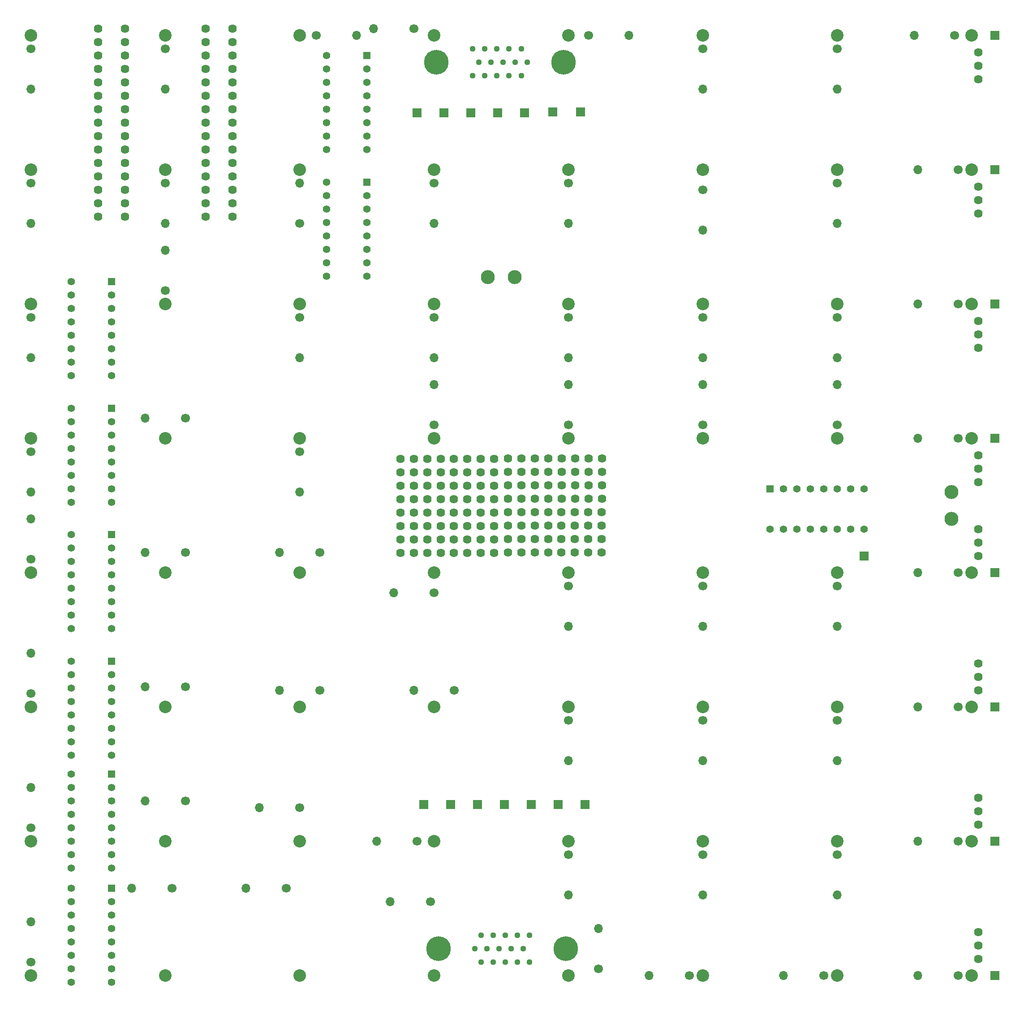
<source format=gbr>
%TF.GenerationSoftware,KiCad,Pcbnew,(5.1.6)-1*%
%TF.CreationDate,2020-12-07T00:16:01-06:00*%
%TF.ProjectId,led_cube,6c65645f-6375-4626-952e-6b696361645f,rev?*%
%TF.SameCoordinates,Original*%
%TF.FileFunction,Soldermask,Top*%
%TF.FilePolarity,Negative*%
%FSLAX46Y46*%
G04 Gerber Fmt 4.6, Leading zero omitted, Abs format (unit mm)*
G04 Created by KiCad (PCBNEW (5.1.6)-1) date 2020-12-07 00:16:01*
%MOMM*%
%LPD*%
G01*
G04 APERTURE LIST*
%ADD10C,1.624000*%
%ADD11C,2.386000*%
%ADD12O,1.700000X1.700000*%
%ADD13C,1.700000*%
%ADD14R,1.800000X1.800000*%
%ADD15C,2.640000*%
%ADD16C,4.672000*%
%ADD17C,1.116000*%
%ADD18R,1.395400X1.395400*%
%ADD19C,1.395400*%
G04 APERTURE END LIST*
D10*
%TO.C,fet1*%
X240030000Y-187325000D03*
X240030000Y-189865000D03*
X240030000Y-192405000D03*
%TD*%
D11*
%TO.C,U1*%
X60960000Y-17780000D03*
X86360000Y-17780000D03*
X111760000Y-17780000D03*
X137160000Y-17780000D03*
X162560000Y-17780000D03*
X187960000Y-17780000D03*
X213360000Y-17780000D03*
X238760000Y-17780000D03*
X60960000Y-43180000D03*
X86360000Y-43180000D03*
X111760000Y-43180000D03*
X137160000Y-43180000D03*
X162560000Y-43180000D03*
X187960000Y-43180000D03*
X213360000Y-43180000D03*
X238760000Y-43180000D03*
X60960000Y-68580000D03*
X86360000Y-68580000D03*
X111760000Y-68580000D03*
X137160000Y-68580000D03*
X162560000Y-68580000D03*
X187960000Y-68580000D03*
X213360000Y-68580000D03*
X238760000Y-68580000D03*
X60960000Y-93980000D03*
X86360000Y-93980000D03*
X111760000Y-93980000D03*
X137160000Y-93980000D03*
X162560000Y-93980000D03*
X187960000Y-93980000D03*
X213360000Y-93980000D03*
X238760000Y-93980000D03*
X60960000Y-119380000D03*
X86360000Y-119380000D03*
X111760000Y-119380000D03*
X137160000Y-119380000D03*
X162560000Y-119380000D03*
X187960000Y-119380000D03*
X213360000Y-119380000D03*
X238760000Y-119380000D03*
X60960000Y-144780000D03*
X86360000Y-144780000D03*
X111760000Y-144780000D03*
X137160000Y-144780000D03*
X162560000Y-144780000D03*
X187960000Y-144780000D03*
X213360000Y-144780000D03*
X238760000Y-144780000D03*
X60960000Y-170180000D03*
X86360000Y-170180000D03*
X111760000Y-170180000D03*
X137160000Y-170180000D03*
X162560000Y-170180000D03*
X187960000Y-170180000D03*
X213360000Y-170180000D03*
X238760000Y-170180000D03*
X60960000Y-195580000D03*
X86360000Y-195580000D03*
X111760000Y-195580000D03*
X137160000Y-195580000D03*
X162560000Y-195580000D03*
X187960000Y-195580000D03*
X213360000Y-195580000D03*
X238760000Y-195580000D03*
%TD*%
D10*
%TO.C,_8*%
X148570000Y-97850000D03*
X148570000Y-100390000D03*
X148570000Y-102930000D03*
X148570000Y-105470000D03*
X146030000Y-97850000D03*
X146030000Y-100390000D03*
X146030000Y-102930000D03*
X146030000Y-105470000D03*
X143490000Y-97850000D03*
X140950000Y-97850000D03*
X143490000Y-100390000D03*
X143490000Y-102930000D03*
X143490000Y-105470000D03*
X140950000Y-100390000D03*
X140950000Y-102930000D03*
X140950000Y-105470000D03*
%TD*%
%TO.C,_7*%
X138430000Y-97850000D03*
X138430000Y-100390000D03*
X138430000Y-102930000D03*
X138430000Y-105470000D03*
X135890000Y-97850000D03*
X135890000Y-100390000D03*
X135890000Y-102930000D03*
X135890000Y-105470000D03*
X133350000Y-97850000D03*
X130810000Y-97850000D03*
X133350000Y-100390000D03*
X133350000Y-102930000D03*
X133350000Y-105470000D03*
X130810000Y-100390000D03*
X130810000Y-102930000D03*
X130810000Y-105470000D03*
%TD*%
%TO.C,_6*%
X148570000Y-107990000D03*
X148570000Y-110530000D03*
X148570000Y-113070000D03*
X148570000Y-115610000D03*
X146030000Y-107990000D03*
X146030000Y-110530000D03*
X146030000Y-113070000D03*
X146030000Y-115610000D03*
X143490000Y-107990000D03*
X140950000Y-107990000D03*
X143490000Y-110530000D03*
X143490000Y-113070000D03*
X143490000Y-115610000D03*
X140950000Y-110530000D03*
X140950000Y-113070000D03*
X140950000Y-115610000D03*
%TD*%
%TO.C,_5*%
X138430000Y-107990000D03*
X138430000Y-110530000D03*
X138430000Y-113070000D03*
X138430000Y-115610000D03*
X135890000Y-107990000D03*
X135890000Y-110530000D03*
X135890000Y-113070000D03*
X135890000Y-115610000D03*
X133350000Y-107990000D03*
X130810000Y-107990000D03*
X133350000Y-110530000D03*
X133350000Y-113070000D03*
X133350000Y-115610000D03*
X130810000Y-110530000D03*
X130810000Y-113070000D03*
X130810000Y-115610000D03*
%TD*%
%TO.C,_4*%
X168890000Y-107970000D03*
X168890000Y-110510000D03*
X168890000Y-113050000D03*
X168890000Y-115590000D03*
X166350000Y-107970000D03*
X166350000Y-110510000D03*
X166350000Y-113050000D03*
X166350000Y-115590000D03*
X163810000Y-107970000D03*
X161270000Y-107970000D03*
X163810000Y-110510000D03*
X163810000Y-113050000D03*
X163810000Y-115590000D03*
X161270000Y-110510000D03*
X161270000Y-113050000D03*
X161270000Y-115590000D03*
%TD*%
%TO.C,_3*%
X158750000Y-107970000D03*
X158750000Y-110510000D03*
X158750000Y-113050000D03*
X158750000Y-115590000D03*
X156210000Y-107970000D03*
X156210000Y-110510000D03*
X156210000Y-113050000D03*
X156210000Y-115590000D03*
X153670000Y-107970000D03*
X151130000Y-107970000D03*
X153670000Y-110510000D03*
X153670000Y-113050000D03*
X153670000Y-115590000D03*
X151130000Y-110510000D03*
X151130000Y-113050000D03*
X151130000Y-115590000D03*
%TD*%
%TO.C,_2*%
X168910000Y-97790000D03*
X168910000Y-100330000D03*
X168910000Y-102870000D03*
X168910000Y-105410000D03*
X166370000Y-97790000D03*
X166370000Y-100330000D03*
X166370000Y-102870000D03*
X166370000Y-105410000D03*
X163830000Y-97790000D03*
X161290000Y-97790000D03*
X163830000Y-100330000D03*
X163830000Y-102870000D03*
X163830000Y-105410000D03*
X161290000Y-100330000D03*
X161290000Y-102870000D03*
X161290000Y-105410000D03*
%TD*%
%TO.C,_1*%
X158750000Y-97790000D03*
X158750000Y-100330000D03*
X158750000Y-102870000D03*
X158750000Y-105410000D03*
X156210000Y-97790000D03*
X156210000Y-100330000D03*
X156210000Y-102870000D03*
X156210000Y-105410000D03*
X153670000Y-97790000D03*
X151130000Y-97790000D03*
X153670000Y-100330000D03*
X153670000Y-102870000D03*
X153670000Y-105410000D03*
X151130000Y-100330000D03*
X151130000Y-102870000D03*
X151130000Y-105410000D03*
%TD*%
D12*
%TO.C,R63*%
X228600000Y-195580000D03*
D13*
X236220000Y-195580000D03*
%TD*%
D12*
%TO.C,R62*%
X203200000Y-195580000D03*
D13*
X210820000Y-195580000D03*
%TD*%
D12*
%TO.C,R61*%
X177800000Y-195580000D03*
D13*
X185420000Y-195580000D03*
%TD*%
D12*
%TO.C,R60*%
X168275000Y-186690000D03*
D13*
X168275000Y-194310000D03*
%TD*%
D12*
%TO.C,R59*%
X128905000Y-181610000D03*
D13*
X136525000Y-181610000D03*
%TD*%
D12*
%TO.C,R58*%
X101600000Y-179070000D03*
D13*
X109220000Y-179070000D03*
%TD*%
D12*
%TO.C,R57*%
X80010000Y-179070000D03*
D13*
X87630000Y-179070000D03*
%TD*%
D12*
%TO.C,R56*%
X60960000Y-185420000D03*
D13*
X60960000Y-193040000D03*
%TD*%
D12*
%TO.C,R55*%
X228600000Y-170180000D03*
D13*
X236220000Y-170180000D03*
%TD*%
D12*
%TO.C,R54*%
X213360000Y-180340000D03*
D13*
X213360000Y-172720000D03*
%TD*%
D12*
%TO.C,R53*%
X187960000Y-180340000D03*
D13*
X187960000Y-172720000D03*
%TD*%
D12*
%TO.C,R52*%
X162560000Y-180340000D03*
D13*
X162560000Y-172720000D03*
%TD*%
D12*
%TO.C,R51*%
X126365000Y-170180000D03*
D13*
X133985000Y-170180000D03*
%TD*%
D12*
%TO.C,R50*%
X104140000Y-163830000D03*
D13*
X111760000Y-163830000D03*
%TD*%
D12*
%TO.C,R49*%
X82550000Y-162560000D03*
D13*
X90170000Y-162560000D03*
%TD*%
D12*
%TO.C,R48*%
X60960000Y-160020000D03*
D13*
X60960000Y-167640000D03*
%TD*%
D12*
%TO.C,R47*%
X228600000Y-144780000D03*
D13*
X236220000Y-144780000D03*
%TD*%
D12*
%TO.C,R46*%
X213360000Y-154940000D03*
D13*
X213360000Y-147320000D03*
%TD*%
D12*
%TO.C,R45*%
X187960000Y-154940000D03*
D13*
X187960000Y-147320000D03*
%TD*%
D12*
%TO.C,R44*%
X162560000Y-154940000D03*
D13*
X162560000Y-147320000D03*
%TD*%
D12*
%TO.C,R43*%
X133350000Y-141605000D03*
D13*
X140970000Y-141605000D03*
%TD*%
D12*
%TO.C,R42*%
X107950000Y-141605000D03*
D13*
X115570000Y-141605000D03*
%TD*%
D12*
%TO.C,R41*%
X82550000Y-140970000D03*
D13*
X90170000Y-140970000D03*
%TD*%
D12*
%TO.C,R40*%
X60960000Y-134620000D03*
D13*
X60960000Y-142240000D03*
%TD*%
D12*
%TO.C,R39*%
X228600000Y-119380000D03*
D13*
X236220000Y-119380000D03*
%TD*%
D12*
%TO.C,R38*%
X213360000Y-129540000D03*
D13*
X213360000Y-121920000D03*
%TD*%
D12*
%TO.C,R37*%
X187960000Y-129540000D03*
D13*
X187960000Y-121920000D03*
%TD*%
D12*
%TO.C,R36*%
X162560000Y-129540000D03*
D13*
X162560000Y-121920000D03*
%TD*%
D12*
%TO.C,R35*%
X129540000Y-123190000D03*
D13*
X137160000Y-123190000D03*
%TD*%
D12*
%TO.C,R34*%
X107950000Y-115570000D03*
D13*
X115570000Y-115570000D03*
%TD*%
D12*
%TO.C,R33*%
X82550000Y-115570000D03*
D13*
X90170000Y-115570000D03*
%TD*%
D12*
%TO.C,R32*%
X60960000Y-109220000D03*
D13*
X60960000Y-116840000D03*
%TD*%
D12*
%TO.C,R31*%
X228600000Y-93980000D03*
D13*
X236220000Y-93980000D03*
%TD*%
D12*
%TO.C,R30*%
X213360000Y-83820000D03*
D13*
X213360000Y-91440000D03*
%TD*%
D12*
%TO.C,R29*%
X187960000Y-83820000D03*
D13*
X187960000Y-91440000D03*
%TD*%
D12*
%TO.C,R28*%
X162560000Y-83820000D03*
D13*
X162560000Y-91440000D03*
%TD*%
D12*
%TO.C,R27*%
X137160000Y-83820000D03*
D13*
X137160000Y-91440000D03*
%TD*%
D12*
%TO.C,R26*%
X111760000Y-104140000D03*
D13*
X111760000Y-96520000D03*
%TD*%
D12*
%TO.C,R25*%
X82550000Y-90170000D03*
D13*
X90170000Y-90170000D03*
%TD*%
D12*
%TO.C,R24*%
X60960000Y-104140000D03*
D13*
X60960000Y-96520000D03*
%TD*%
D12*
%TO.C,R23*%
X228600000Y-68580000D03*
D13*
X236220000Y-68580000D03*
%TD*%
D12*
%TO.C,R22*%
X213360000Y-78740000D03*
D13*
X213360000Y-71120000D03*
%TD*%
D12*
%TO.C,R21*%
X187960000Y-78740000D03*
D13*
X187960000Y-71120000D03*
%TD*%
D12*
%TO.C,R20*%
X162560000Y-78740000D03*
D13*
X162560000Y-71120000D03*
%TD*%
D12*
%TO.C,R19*%
X137160000Y-78740000D03*
D13*
X137160000Y-71120000D03*
%TD*%
D12*
%TO.C,R18*%
X111760000Y-78740000D03*
D13*
X111760000Y-71120000D03*
%TD*%
D12*
%TO.C,R17*%
X86360000Y-58420000D03*
D13*
X86360000Y-66040000D03*
%TD*%
D12*
%TO.C,R16*%
X60960000Y-78740000D03*
D13*
X60960000Y-71120000D03*
%TD*%
D12*
%TO.C,R15*%
X228600000Y-43180000D03*
D13*
X236220000Y-43180000D03*
%TD*%
D12*
%TO.C,R14*%
X213360000Y-53340000D03*
D13*
X213360000Y-45720000D03*
%TD*%
D12*
%TO.C,R13*%
X187960000Y-54610000D03*
D13*
X187960000Y-46990000D03*
%TD*%
D12*
%TO.C,R12*%
X162560000Y-53340000D03*
D13*
X162560000Y-45720000D03*
%TD*%
D12*
%TO.C,R11*%
X137160000Y-53340000D03*
D13*
X137160000Y-45720000D03*
%TD*%
D12*
%TO.C,R10*%
X111760000Y-45720000D03*
D13*
X111760000Y-53340000D03*
%TD*%
D12*
%TO.C,R9*%
X86360000Y-53340000D03*
D13*
X86360000Y-45720000D03*
%TD*%
D12*
%TO.C,R8*%
X60960000Y-53340000D03*
D13*
X60960000Y-45720000D03*
%TD*%
D12*
%TO.C,R7*%
X227965000Y-17780000D03*
D13*
X235585000Y-17780000D03*
%TD*%
D12*
%TO.C,R6*%
X213360000Y-27940000D03*
D13*
X213360000Y-20320000D03*
%TD*%
D12*
%TO.C,R5*%
X187960000Y-27940000D03*
D13*
X187960000Y-20320000D03*
%TD*%
D12*
%TO.C,R4*%
X173990000Y-17780000D03*
D13*
X166370000Y-17780000D03*
%TD*%
D12*
%TO.C,R3*%
X125730000Y-16510000D03*
D13*
X133350000Y-16510000D03*
%TD*%
D12*
%TO.C,R2*%
X122555000Y-17780000D03*
D13*
X114935000Y-17780000D03*
%TD*%
D12*
%TO.C,R1*%
X86360000Y-27940000D03*
D13*
X86360000Y-20320000D03*
%TD*%
D10*
%TO.C,fet8*%
X240030000Y-20955000D03*
X240030000Y-23495000D03*
X240030000Y-26035000D03*
%TD*%
%TO.C,fet7*%
X240030000Y-46355000D03*
X240030000Y-48895000D03*
X240030000Y-51435000D03*
%TD*%
%TO.C,fet6*%
X240030000Y-71755000D03*
X240030000Y-74295000D03*
X240030000Y-76835000D03*
%TD*%
%TO.C,fet5*%
X240030000Y-97155000D03*
X240030000Y-99695000D03*
X240030000Y-102235000D03*
%TD*%
%TO.C,fet4*%
X240030000Y-111125000D03*
X240030000Y-113665000D03*
X240030000Y-116205000D03*
%TD*%
%TO.C,fet3*%
X240030000Y-136525000D03*
X240030000Y-139065000D03*
X240030000Y-141605000D03*
%TD*%
%TO.C,fet2*%
X240030000Y-161925000D03*
X240030000Y-164465000D03*
X240030000Y-167005000D03*
%TD*%
D14*
%TO.C,QH'_EX1*%
X218440000Y-116205000D03*
%TD*%
D15*
%TO.C,power_extern1*%
X234950000Y-104140000D03*
X234950000Y-109220000D03*
%TD*%
D14*
%TO.C,plane8*%
X243205000Y-17780000D03*
%TD*%
%TO.C,plane7*%
X243205000Y-43180000D03*
%TD*%
%TO.C,plane6*%
X243205000Y-68580000D03*
%TD*%
%TO.C,plane5*%
X243205000Y-93980000D03*
%TD*%
%TO.C,plane4*%
X243205000Y-119380000D03*
%TD*%
%TO.C,plane3*%
X243205000Y-144780000D03*
%TD*%
%TO.C,plane2*%
X243205000Y-170180000D03*
%TD*%
%TO.C,plane1*%
X243205000Y-195580000D03*
%TD*%
D16*
%TO.C,Controller2*%
X161685000Y-22860000D03*
X137640000Y-22860000D03*
D17*
X144510000Y-25400000D03*
X146800000Y-25400000D03*
X149090000Y-25400000D03*
X151380000Y-25400000D03*
X153670000Y-25400000D03*
X145655000Y-22860000D03*
X147945000Y-22860000D03*
X150235000Y-22860000D03*
X152525000Y-22860000D03*
X154815000Y-22860000D03*
X144510000Y-20320000D03*
X146800000Y-20320000D03*
X149090000Y-20320000D03*
X151380000Y-20320000D03*
X153670000Y-20320000D03*
%TD*%
D16*
%TO.C,Controller1*%
X138035000Y-190500000D03*
X162080000Y-190500000D03*
D17*
X155210000Y-187960000D03*
X152920000Y-187960000D03*
X150630000Y-187960000D03*
X148340000Y-187960000D03*
X146050000Y-187960000D03*
X154065000Y-190500000D03*
X151775000Y-190500000D03*
X149485000Y-190500000D03*
X147195000Y-190500000D03*
X144905000Y-190500000D03*
X155210000Y-193040000D03*
X152920000Y-193040000D03*
X150630000Y-193040000D03*
X148340000Y-193040000D03*
X146050000Y-193040000D03*
%TD*%
D14*
%TO.C,C2EX7*%
X133985000Y-32385000D03*
%TD*%
%TO.C,C2EX6*%
X139065000Y-32385000D03*
%TD*%
%TO.C,C2EX5*%
X144145000Y-32385000D03*
%TD*%
%TO.C,C2EX4*%
X149225000Y-32385000D03*
%TD*%
%TO.C,C2EX3*%
X154305000Y-32385000D03*
%TD*%
%TO.C,C2EX2*%
X159620000Y-32285000D03*
%TD*%
%TO.C,C2EX1*%
X164905000Y-32285000D03*
%TD*%
%TO.C,C1EX7*%
X165735000Y-163195000D03*
%TD*%
%TO.C,C1EX6*%
X160655000Y-163195000D03*
%TD*%
%TO.C,C1EX5*%
X155575000Y-163195000D03*
%TD*%
%TO.C,C1EX4*%
X150495000Y-163195000D03*
%TD*%
%TO.C,C1EX3*%
X145415000Y-163195000D03*
%TD*%
%TO.C,C1EX2*%
X140335000Y-163195000D03*
%TD*%
%TO.C,C1EX1*%
X135255000Y-163195000D03*
%TD*%
D10*
%TO.C,A2*%
X93980000Y-52070000D03*
X93980000Y-49530000D03*
X93980000Y-46990000D03*
X93980000Y-44450000D03*
X93980000Y-41910000D03*
X93980000Y-39370000D03*
X93980000Y-36830000D03*
X93980000Y-34290000D03*
X93980000Y-31750000D03*
X93980000Y-29210000D03*
X93980000Y-26670000D03*
X93980000Y-24130000D03*
X93980000Y-21590000D03*
X93980000Y-19050000D03*
X93980000Y-16510000D03*
X78740000Y-16510000D03*
X78740000Y-19050000D03*
X78740000Y-21590000D03*
X78740000Y-24130000D03*
X78740000Y-26670000D03*
X78740000Y-29210000D03*
X78740000Y-31750000D03*
X78740000Y-34290000D03*
X78740000Y-36830000D03*
X78740000Y-39370000D03*
X78740000Y-41910000D03*
X78740000Y-44450000D03*
X78740000Y-46990000D03*
X78740000Y-49530000D03*
X78740000Y-52070000D03*
%TD*%
%TO.C,A1*%
X99060000Y-52070000D03*
X99060000Y-49530000D03*
X99060000Y-46990000D03*
X99060000Y-44450000D03*
X99060000Y-41910000D03*
X99060000Y-39370000D03*
X99060000Y-36830000D03*
X99060000Y-34290000D03*
X99060000Y-31750000D03*
X99060000Y-29210000D03*
X99060000Y-26670000D03*
X99060000Y-24130000D03*
X99060000Y-21590000D03*
X99060000Y-19050000D03*
X99060000Y-16510000D03*
X73660000Y-16510000D03*
X73660000Y-19050000D03*
X73660000Y-21590000D03*
X73660000Y-24130000D03*
X73660000Y-26670000D03*
X73660000Y-29210000D03*
X73660000Y-31750000D03*
X73660000Y-34290000D03*
X73660000Y-36830000D03*
X73660000Y-39370000D03*
X73660000Y-41910000D03*
X73660000Y-44450000D03*
X73660000Y-46990000D03*
X73660000Y-49530000D03*
X73660000Y-52070000D03*
%TD*%
D15*
%TO.C,power1*%
X147320000Y-63500000D03*
X152400000Y-63500000D03*
%TD*%
D12*
%TO.C,R0*%
X60960000Y-27940000D03*
D13*
X60960000Y-20320000D03*
%TD*%
D18*
%TO.C,SHIFT0*%
X124460000Y-21590000D03*
D19*
X124460000Y-24130000D03*
X124460000Y-26670000D03*
X124460000Y-29210000D03*
X124460000Y-31750000D03*
X124460000Y-34290000D03*
X124460000Y-36830000D03*
X124460000Y-39370000D03*
X116840000Y-39370000D03*
X116840000Y-36830000D03*
X116840000Y-34290000D03*
X116840000Y-31750000D03*
X116840000Y-29210000D03*
X116840000Y-26670000D03*
X116840000Y-24130000D03*
X116840000Y-21590000D03*
%TD*%
D18*
%TO.C,SHIFT1*%
X124460000Y-45508333D03*
D19*
X124460000Y-48048333D03*
X124460000Y-50588333D03*
X124460000Y-53128333D03*
X124460000Y-55668333D03*
X124460000Y-58208333D03*
X124460000Y-60748333D03*
X124460000Y-63288333D03*
X116840000Y-63288333D03*
X116840000Y-60748333D03*
X116840000Y-58208333D03*
X116840000Y-55668333D03*
X116840000Y-53128333D03*
X116840000Y-50588333D03*
X116840000Y-48048333D03*
X116840000Y-45508333D03*
%TD*%
%TO.C,SHIFT2*%
X68580000Y-64346666D03*
X68580000Y-66886666D03*
X68580000Y-69426666D03*
X68580000Y-71966666D03*
X68580000Y-74506666D03*
X68580000Y-77046666D03*
X68580000Y-79586666D03*
X68580000Y-82126666D03*
X76200000Y-82126666D03*
X76200000Y-79586666D03*
X76200000Y-77046666D03*
X76200000Y-74506666D03*
X76200000Y-71966666D03*
X76200000Y-69426666D03*
X76200000Y-66886666D03*
D18*
X76200000Y-64346666D03*
%TD*%
D19*
%TO.C,SHIFT3*%
X68580000Y-88264999D03*
X68580000Y-90804999D03*
X68580000Y-93344999D03*
X68580000Y-95884999D03*
X68580000Y-98424999D03*
X68580000Y-100964999D03*
X68580000Y-103504999D03*
X68580000Y-106044999D03*
X76200000Y-106044999D03*
X76200000Y-103504999D03*
X76200000Y-100964999D03*
X76200000Y-98424999D03*
X76200000Y-95884999D03*
X76200000Y-93344999D03*
X76200000Y-90804999D03*
D18*
X76200000Y-88264999D03*
%TD*%
%TO.C,SHIFT4*%
X76200000Y-112183332D03*
D19*
X76200000Y-114723332D03*
X76200000Y-117263332D03*
X76200000Y-119803332D03*
X76200000Y-122343332D03*
X76200000Y-124883332D03*
X76200000Y-127423332D03*
X76200000Y-129963332D03*
X68580000Y-129963332D03*
X68580000Y-127423332D03*
X68580000Y-124883332D03*
X68580000Y-122343332D03*
X68580000Y-119803332D03*
X68580000Y-117263332D03*
X68580000Y-114723332D03*
X68580000Y-112183332D03*
%TD*%
D18*
%TO.C,SHIFT5*%
X76200000Y-136101665D03*
D19*
X76200000Y-138641665D03*
X76200000Y-141181665D03*
X76200000Y-143721665D03*
X76200000Y-146261665D03*
X76200000Y-148801665D03*
X76200000Y-151341665D03*
X76200000Y-153881665D03*
X68580000Y-153881665D03*
X68580000Y-151341665D03*
X68580000Y-148801665D03*
X68580000Y-146261665D03*
X68580000Y-143721665D03*
X68580000Y-141181665D03*
X68580000Y-138641665D03*
X68580000Y-136101665D03*
%TD*%
%TO.C,SHIFT6*%
X68580000Y-157480000D03*
X68580000Y-160020000D03*
X68580000Y-162560000D03*
X68580000Y-165100000D03*
X68580000Y-167640000D03*
X68580000Y-170180000D03*
X68580000Y-172720000D03*
X68580000Y-175260000D03*
X76200000Y-175260000D03*
X76200000Y-172720000D03*
X76200000Y-170180000D03*
X76200000Y-167640000D03*
X76200000Y-165100000D03*
X76200000Y-162560000D03*
X76200000Y-160020000D03*
D18*
X76200000Y-157480000D03*
%TD*%
%TO.C,SHIFT7*%
X76200000Y-179070000D03*
D19*
X76200000Y-181610000D03*
X76200000Y-184150000D03*
X76200000Y-186690000D03*
X76200000Y-189230000D03*
X76200000Y-191770000D03*
X76200000Y-194310000D03*
X76200000Y-196850000D03*
X68580000Y-196850000D03*
X68580000Y-194310000D03*
X68580000Y-191770000D03*
X68580000Y-189230000D03*
X68580000Y-186690000D03*
X68580000Y-184150000D03*
X68580000Y-181610000D03*
X68580000Y-179070000D03*
%TD*%
%TO.C,SHIFT_PLANE1*%
X200660000Y-111125000D03*
X203200000Y-111125000D03*
X205740000Y-111125000D03*
X208280000Y-111125000D03*
X210820000Y-111125000D03*
X213360000Y-111125000D03*
X215900000Y-111125000D03*
X218440000Y-111125000D03*
X218440000Y-103505000D03*
X215900000Y-103505000D03*
X213360000Y-103505000D03*
X210820000Y-103505000D03*
X208280000Y-103505000D03*
X205740000Y-103505000D03*
X203200000Y-103505000D03*
D18*
X200660000Y-103505000D03*
%TD*%
M02*

</source>
